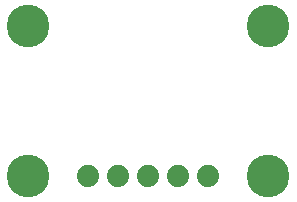
<source format=gbr>
G04 EAGLE Gerber RS-274X export*
G75*
%MOMM*%
%FSLAX34Y34*%
%LPD*%
%INSoldermask Bottom*%
%IPPOS*%
%AMOC8*
5,1,8,0,0,1.08239X$1,22.5*%
G01*
%ADD10C,3.617600*%
%ADD11C,1.879600*%


D10*
X25400Y152400D03*
X228600Y152400D03*
X25400Y25400D03*
X228600Y25400D03*
D11*
X76200Y25400D03*
X101600Y25400D03*
X127000Y25400D03*
X152400Y25400D03*
X177800Y25400D03*
M02*

</source>
